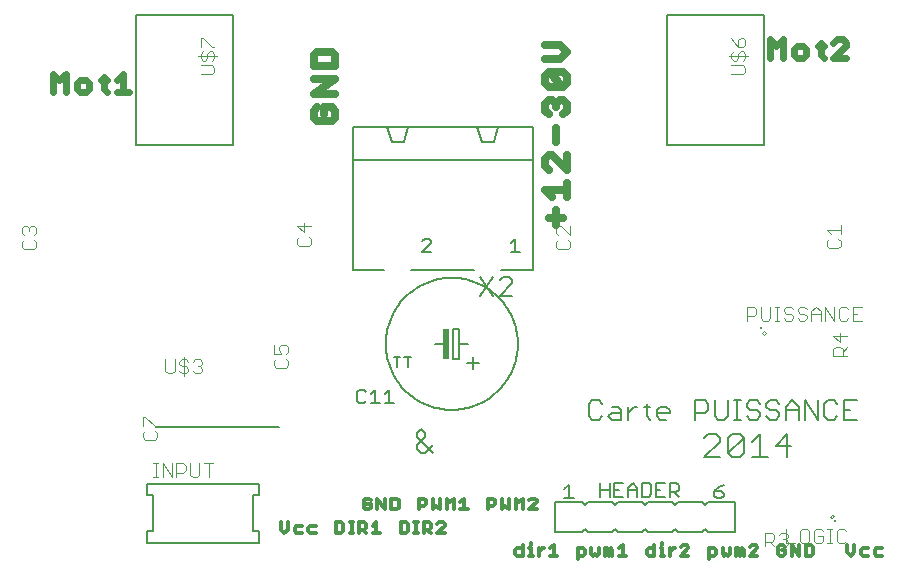
<source format=gto>
G75*
%MOIN*%
%OFA0B0*%
%FSLAX24Y24*%
%IPPOS*%
%LPD*%
%AMOC8*
5,1,8,0,0,1.08239X$1,22.5*
%
%ADD10C,0.0240*%
%ADD11C,0.0140*%
%ADD12C,0.0280*%
%ADD13C,0.0060*%
%ADD14C,0.0070*%
%ADD15C,0.0040*%
%ADD16C,0.0025*%
%ADD17C,0.0098*%
%ADD18C,0.0050*%
%ADD19R,0.0200X0.1000*%
%ADD20C,0.0080*%
D10*
X007671Y018856D02*
X007671Y019476D01*
X007878Y019270D01*
X008085Y019476D01*
X008085Y018856D01*
X008463Y018959D02*
X008463Y019166D01*
X008566Y019270D01*
X008773Y019270D01*
X008876Y019166D01*
X008876Y018959D01*
X008773Y018856D01*
X008566Y018856D01*
X008463Y018959D01*
X009255Y019270D02*
X009461Y019270D01*
X009358Y019373D02*
X009358Y018959D01*
X009461Y018856D01*
X009783Y018856D02*
X010196Y018856D01*
X009989Y018856D02*
X009989Y019476D01*
X009783Y019270D01*
X031568Y019998D02*
X031568Y020618D01*
X031775Y020411D01*
X031982Y020618D01*
X031982Y019998D01*
X032360Y020101D02*
X032360Y020308D01*
X032464Y020411D01*
X032671Y020411D01*
X032774Y020308D01*
X032774Y020101D01*
X032671Y019998D01*
X032464Y019998D01*
X032360Y020101D01*
X033152Y020411D02*
X033359Y020411D01*
X033256Y020515D02*
X033256Y020101D01*
X033359Y019998D01*
X033680Y019998D02*
X034094Y020411D01*
X034094Y020515D01*
X033990Y020618D01*
X033784Y020618D01*
X033680Y020515D01*
X033680Y019998D02*
X034094Y019998D01*
D11*
X023726Y005310D02*
X023606Y005310D01*
X023546Y005250D01*
X023726Y005310D02*
X023786Y005250D01*
X023786Y005190D01*
X023546Y004950D01*
X023786Y004950D01*
X023326Y004950D02*
X023326Y005310D01*
X023205Y005190D01*
X023085Y005310D01*
X023085Y004950D01*
X022865Y004950D02*
X022745Y005070D01*
X022625Y004950D01*
X022625Y005310D01*
X022405Y005250D02*
X022405Y005130D01*
X022345Y005070D01*
X022165Y005070D01*
X022165Y004950D02*
X022165Y005310D01*
X022345Y005310D01*
X022405Y005250D01*
X022865Y005310D02*
X022865Y004950D01*
X021484Y004950D02*
X021244Y004950D01*
X021364Y004950D02*
X021364Y005310D01*
X021244Y005190D01*
X021024Y005310D02*
X021024Y004950D01*
X020783Y004950D02*
X020783Y005310D01*
X020903Y005190D01*
X021024Y005310D01*
X020563Y005310D02*
X020563Y004950D01*
X020443Y005070D01*
X020323Y004950D01*
X020323Y005310D01*
X020103Y005250D02*
X020103Y005130D01*
X020043Y005070D01*
X019863Y005070D01*
X019863Y004950D02*
X019863Y005310D01*
X020043Y005310D01*
X020103Y005250D01*
X019182Y005250D02*
X019182Y005010D01*
X019122Y004950D01*
X018942Y004950D01*
X018942Y005310D01*
X019122Y005310D01*
X019182Y005250D01*
X018722Y005310D02*
X018722Y004950D01*
X018481Y005310D01*
X018481Y004950D01*
X018261Y005010D02*
X018261Y005130D01*
X018141Y005130D01*
X018021Y005010D02*
X018081Y004950D01*
X018201Y004950D01*
X018261Y005010D01*
X018021Y005010D02*
X018021Y005250D01*
X018081Y005310D01*
X018201Y005310D01*
X018261Y005250D01*
X018448Y004520D02*
X018328Y004400D01*
X018448Y004520D02*
X018448Y004160D01*
X018328Y004160D02*
X018568Y004160D01*
X018108Y004160D02*
X017988Y004280D01*
X018048Y004280D02*
X017868Y004280D01*
X017868Y004160D02*
X017868Y004520D01*
X018048Y004520D01*
X018108Y004460D01*
X018108Y004340D01*
X018048Y004280D01*
X017681Y004160D02*
X017561Y004160D01*
X017621Y004160D02*
X017621Y004520D01*
X017561Y004520D02*
X017681Y004520D01*
X017340Y004460D02*
X017340Y004220D01*
X017280Y004160D01*
X017100Y004160D01*
X017100Y004520D01*
X017280Y004520D01*
X017340Y004460D01*
X016420Y004400D02*
X016239Y004400D01*
X016179Y004340D01*
X016179Y004220D01*
X016239Y004160D01*
X016420Y004160D01*
X015959Y004160D02*
X015779Y004160D01*
X015719Y004220D01*
X015719Y004340D01*
X015779Y004400D01*
X015959Y004400D01*
X015499Y004280D02*
X015499Y004520D01*
X015499Y004280D02*
X015379Y004160D01*
X015259Y004280D01*
X015259Y004520D01*
X019249Y004520D02*
X019249Y004160D01*
X019429Y004160D01*
X019489Y004220D01*
X019489Y004460D01*
X019429Y004520D01*
X019249Y004520D01*
X019709Y004520D02*
X019829Y004520D01*
X019769Y004520D02*
X019769Y004160D01*
X019709Y004160D02*
X019829Y004160D01*
X020016Y004160D02*
X020016Y004520D01*
X020196Y004520D01*
X020256Y004460D01*
X020256Y004340D01*
X020196Y004280D01*
X020016Y004280D01*
X020136Y004280D02*
X020256Y004160D01*
X020476Y004160D02*
X020717Y004400D01*
X020717Y004460D01*
X020657Y004520D01*
X020536Y004520D01*
X020476Y004460D01*
X020476Y004160D02*
X020717Y004160D01*
X023081Y003592D02*
X023141Y003652D01*
X023321Y003652D01*
X023321Y003772D02*
X023321Y003412D01*
X023141Y003412D01*
X023081Y003472D01*
X023081Y003592D01*
X023542Y003652D02*
X023602Y003652D01*
X023602Y003412D01*
X023542Y003412D02*
X023662Y003412D01*
X023849Y003412D02*
X023849Y003652D01*
X023969Y003652D02*
X024029Y003652D01*
X023969Y003652D02*
X023849Y003532D01*
X023602Y003772D02*
X023602Y003832D01*
X024232Y003652D02*
X024352Y003772D01*
X024352Y003412D01*
X024232Y003412D02*
X024472Y003412D01*
X025153Y003412D02*
X025333Y003412D01*
X025393Y003472D01*
X025393Y003592D01*
X025333Y003652D01*
X025153Y003652D01*
X025153Y003292D01*
X025613Y003472D02*
X025673Y003412D01*
X025734Y003472D01*
X025794Y003412D01*
X025854Y003472D01*
X025854Y003652D01*
X026074Y003652D02*
X026074Y003412D01*
X026194Y003412D02*
X026194Y003592D01*
X026254Y003652D01*
X026314Y003592D01*
X026314Y003412D01*
X026194Y003592D02*
X026134Y003652D01*
X026074Y003652D01*
X026534Y003652D02*
X026654Y003772D01*
X026654Y003412D01*
X026534Y003412D02*
X026774Y003412D01*
X027455Y003472D02*
X027515Y003412D01*
X027695Y003412D01*
X027695Y003772D01*
X027695Y003652D02*
X027515Y003652D01*
X027455Y003592D01*
X027455Y003472D01*
X027915Y003412D02*
X028035Y003412D01*
X027975Y003412D02*
X027975Y003652D01*
X027915Y003652D01*
X027975Y003772D02*
X027975Y003832D01*
X028222Y003652D02*
X028222Y003412D01*
X028222Y003532D02*
X028342Y003652D01*
X028402Y003652D01*
X028606Y003712D02*
X028666Y003772D01*
X028786Y003772D01*
X028846Y003712D01*
X028846Y003652D01*
X028606Y003412D01*
X028846Y003412D01*
X029527Y003412D02*
X029707Y003412D01*
X029767Y003472D01*
X029767Y003592D01*
X029707Y003652D01*
X029527Y003652D01*
X029527Y003292D01*
X029987Y003472D02*
X030047Y003412D01*
X030107Y003472D01*
X030167Y003412D01*
X030227Y003472D01*
X030227Y003652D01*
X030448Y003652D02*
X030508Y003652D01*
X030568Y003592D01*
X030628Y003652D01*
X030688Y003592D01*
X030688Y003412D01*
X030568Y003412D02*
X030568Y003592D01*
X030448Y003652D02*
X030448Y003412D01*
X029987Y003472D02*
X029987Y003652D01*
X030908Y003712D02*
X030968Y003772D01*
X031088Y003772D01*
X031148Y003712D01*
X031148Y003652D01*
X030908Y003412D01*
X031148Y003412D01*
X031829Y003472D02*
X031829Y003712D01*
X031889Y003772D01*
X032009Y003772D01*
X032069Y003712D01*
X032069Y003592D02*
X031949Y003592D01*
X032069Y003592D02*
X032069Y003472D01*
X032009Y003412D01*
X031889Y003412D01*
X031829Y003472D01*
X032289Y003412D02*
X032289Y003772D01*
X032529Y003412D01*
X032529Y003772D01*
X032749Y003772D02*
X032930Y003772D01*
X032990Y003712D01*
X032990Y003472D01*
X032930Y003412D01*
X032749Y003412D01*
X032749Y003772D01*
X034131Y003772D02*
X034131Y003532D01*
X034251Y003412D01*
X034371Y003532D01*
X034371Y003772D01*
X034591Y003592D02*
X034591Y003472D01*
X034651Y003412D01*
X034831Y003412D01*
X035051Y003472D02*
X035111Y003412D01*
X035292Y003412D01*
X035292Y003652D02*
X035111Y003652D01*
X035051Y003592D01*
X035051Y003472D01*
X034831Y003652D02*
X034651Y003652D01*
X034591Y003592D01*
X025613Y003652D02*
X025613Y003472D01*
D12*
X024428Y014438D02*
X024428Y014919D01*
X024188Y014678D02*
X024669Y014678D01*
X024789Y015359D02*
X024789Y015839D01*
X024789Y015599D02*
X024068Y015599D01*
X024308Y015359D01*
X024188Y016280D02*
X024068Y016400D01*
X024068Y016640D01*
X024188Y016760D01*
X024308Y016760D01*
X024789Y016280D01*
X024789Y016760D01*
X024428Y017201D02*
X024428Y017681D01*
X024188Y018121D02*
X024068Y018241D01*
X024068Y018482D01*
X024188Y018602D01*
X024308Y018602D01*
X024428Y018482D01*
X024549Y018602D01*
X024669Y018602D01*
X024789Y018482D01*
X024789Y018241D01*
X024669Y018121D01*
X024428Y018362D02*
X024428Y018482D01*
X024188Y019042D02*
X024068Y019162D01*
X024068Y019402D01*
X024188Y019523D01*
X024669Y019042D01*
X024789Y019162D01*
X024789Y019402D01*
X024669Y019523D01*
X024188Y019523D01*
X024068Y019963D02*
X024549Y019963D01*
X024789Y020203D01*
X024549Y020443D01*
X024068Y020443D01*
X024188Y019042D02*
X024669Y019042D01*
X017072Y018806D02*
X016352Y018806D01*
X017072Y019286D01*
X016352Y019286D01*
X016352Y019727D02*
X016352Y020087D01*
X016472Y020207D01*
X016952Y020207D01*
X017072Y020087D01*
X017072Y019727D01*
X016352Y019727D01*
X016472Y018366D02*
X016352Y018245D01*
X016352Y018005D01*
X016472Y017885D01*
X016952Y017885D01*
X017072Y018005D01*
X017072Y018245D01*
X016952Y018366D01*
X016712Y018366D01*
X016712Y018125D01*
D13*
X017661Y017694D02*
X023661Y017694D01*
X023661Y016594D01*
X017661Y016594D01*
X017661Y017694D01*
X018811Y017694D02*
X018961Y017194D01*
X019361Y017194D01*
X019511Y017694D01*
X017661Y016594D02*
X017661Y012944D01*
X018711Y012944D01*
X019611Y012944D02*
X021711Y012944D01*
X022611Y012944D02*
X023661Y012944D01*
X023661Y016594D01*
X022361Y017194D02*
X022511Y017694D01*
X021811Y017694D02*
X021961Y017194D01*
X022361Y017194D01*
X021208Y010968D02*
X021008Y010968D01*
X021008Y009968D01*
X021208Y009968D01*
X021208Y010468D01*
X021208Y010968D01*
X021208Y010468D02*
X021508Y010468D01*
X018758Y010468D02*
X018760Y010561D01*
X018766Y010655D01*
X018776Y010747D01*
X018790Y010840D01*
X018807Y010931D01*
X018829Y011022D01*
X018854Y011112D01*
X018884Y011201D01*
X018917Y011288D01*
X018953Y011374D01*
X018994Y011458D01*
X019037Y011541D01*
X019085Y011621D01*
X019135Y011700D01*
X019189Y011776D01*
X019246Y011850D01*
X019307Y011921D01*
X019370Y011990D01*
X019436Y012056D01*
X019505Y012119D01*
X019576Y012180D01*
X019650Y012237D01*
X019726Y012291D01*
X019805Y012341D01*
X019885Y012389D01*
X019968Y012432D01*
X020052Y012473D01*
X020138Y012509D01*
X020225Y012542D01*
X020314Y012572D01*
X020404Y012597D01*
X020495Y012619D01*
X020586Y012636D01*
X020679Y012650D01*
X020771Y012660D01*
X020865Y012666D01*
X020958Y012668D01*
X021051Y012666D01*
X021145Y012660D01*
X021237Y012650D01*
X021330Y012636D01*
X021421Y012619D01*
X021512Y012597D01*
X021602Y012572D01*
X021691Y012542D01*
X021778Y012509D01*
X021864Y012473D01*
X021948Y012432D01*
X022031Y012389D01*
X022111Y012341D01*
X022190Y012291D01*
X022266Y012237D01*
X022340Y012180D01*
X022411Y012119D01*
X022480Y012056D01*
X022546Y011990D01*
X022609Y011921D01*
X022670Y011850D01*
X022727Y011776D01*
X022781Y011700D01*
X022831Y011621D01*
X022879Y011541D01*
X022922Y011458D01*
X022963Y011374D01*
X022999Y011288D01*
X023032Y011201D01*
X023062Y011112D01*
X023087Y011022D01*
X023109Y010931D01*
X023126Y010840D01*
X023140Y010747D01*
X023150Y010655D01*
X023156Y010561D01*
X023158Y010468D01*
X023156Y010375D01*
X023150Y010281D01*
X023140Y010189D01*
X023126Y010096D01*
X023109Y010005D01*
X023087Y009914D01*
X023062Y009824D01*
X023032Y009735D01*
X022999Y009648D01*
X022963Y009562D01*
X022922Y009478D01*
X022879Y009395D01*
X022831Y009315D01*
X022781Y009236D01*
X022727Y009160D01*
X022670Y009086D01*
X022609Y009015D01*
X022546Y008946D01*
X022480Y008880D01*
X022411Y008817D01*
X022340Y008756D01*
X022266Y008699D01*
X022190Y008645D01*
X022111Y008595D01*
X022031Y008547D01*
X021948Y008504D01*
X021864Y008463D01*
X021778Y008427D01*
X021691Y008394D01*
X021602Y008364D01*
X021512Y008339D01*
X021421Y008317D01*
X021330Y008300D01*
X021237Y008286D01*
X021145Y008276D01*
X021051Y008270D01*
X020958Y008268D01*
X020865Y008270D01*
X020771Y008276D01*
X020679Y008286D01*
X020586Y008300D01*
X020495Y008317D01*
X020404Y008339D01*
X020314Y008364D01*
X020225Y008394D01*
X020138Y008427D01*
X020052Y008463D01*
X019968Y008504D01*
X019885Y008547D01*
X019805Y008595D01*
X019726Y008645D01*
X019650Y008699D01*
X019576Y008756D01*
X019505Y008817D01*
X019436Y008880D01*
X019370Y008946D01*
X019307Y009015D01*
X019246Y009086D01*
X019189Y009160D01*
X019135Y009236D01*
X019085Y009315D01*
X019037Y009395D01*
X018994Y009478D01*
X018953Y009562D01*
X018917Y009648D01*
X018884Y009735D01*
X018854Y009824D01*
X018829Y009914D01*
X018807Y010005D01*
X018790Y010096D01*
X018776Y010189D01*
X018766Y010281D01*
X018760Y010375D01*
X018758Y010468D01*
X020408Y010468D02*
X020708Y010468D01*
X021458Y009818D02*
X021858Y009818D01*
X021658Y009618D02*
X021658Y010018D01*
X025536Y008482D02*
X025536Y008054D01*
X025643Y007948D01*
X025857Y007948D01*
X025963Y008054D01*
X026181Y008054D02*
X026288Y008161D01*
X026608Y008161D01*
X026608Y008268D02*
X026501Y008375D01*
X026288Y008375D01*
X026608Y008268D02*
X026608Y007948D01*
X026288Y007948D01*
X026181Y008054D01*
X025963Y008482D02*
X025857Y008588D01*
X025643Y008588D01*
X025536Y008482D01*
X026825Y008375D02*
X026825Y007948D01*
X026825Y008161D02*
X027039Y008375D01*
X027146Y008375D01*
X027363Y008375D02*
X027576Y008375D01*
X027469Y008482D02*
X027469Y008054D01*
X027576Y007948D01*
X027792Y008054D02*
X027792Y008268D01*
X027899Y008375D01*
X028113Y008375D01*
X028219Y008268D01*
X028219Y008161D01*
X027792Y008161D01*
X027792Y008054D02*
X027899Y007948D01*
X028113Y007948D01*
X029081Y007948D02*
X029081Y008588D01*
X029402Y008588D01*
X029508Y008482D01*
X029508Y008268D01*
X029402Y008161D01*
X029081Y008161D01*
X029726Y008054D02*
X029726Y008588D01*
X030153Y008588D02*
X030153Y008054D01*
X030046Y007948D01*
X029833Y007948D01*
X029726Y008054D01*
X030370Y007948D02*
X030584Y007948D01*
X030477Y007948D02*
X030477Y008588D01*
X030370Y008588D02*
X030584Y008588D01*
X030800Y008482D02*
X030800Y008375D01*
X030907Y008268D01*
X031120Y008268D01*
X031227Y008161D01*
X031227Y008054D01*
X031120Y007948D01*
X030907Y007948D01*
X030800Y008054D01*
X030800Y008482D02*
X030907Y008588D01*
X031120Y008588D01*
X031227Y008482D01*
X031445Y008482D02*
X031445Y008375D01*
X031551Y008268D01*
X031765Y008268D01*
X031872Y008161D01*
X031872Y008054D01*
X031765Y007948D01*
X031551Y007948D01*
X031445Y008054D01*
X031445Y008482D02*
X031551Y008588D01*
X031765Y008588D01*
X031872Y008482D01*
X032089Y008375D02*
X032303Y008588D01*
X032516Y008375D01*
X032516Y007948D01*
X032734Y007948D02*
X032734Y008588D01*
X033161Y007948D01*
X033161Y008588D01*
X033378Y008482D02*
X033378Y008054D01*
X033485Y007948D01*
X033699Y007948D01*
X033805Y008054D01*
X034023Y007948D02*
X034450Y007948D01*
X034023Y007948D02*
X034023Y008588D01*
X034450Y008588D01*
X034236Y008268D02*
X034023Y008268D01*
X033805Y008482D02*
X033699Y008588D01*
X033485Y008588D01*
X033378Y008482D01*
X032516Y008268D02*
X032089Y008268D01*
X032089Y008375D02*
X032089Y007948D01*
X030389Y005204D02*
X029489Y005204D01*
X029389Y005104D01*
X029289Y005204D01*
X028489Y005204D01*
X028389Y005104D01*
X028289Y005204D01*
X027489Y005204D01*
X027389Y005104D01*
X027289Y005204D01*
X026489Y005204D01*
X026389Y005104D01*
X026289Y005204D01*
X025489Y005204D01*
X025389Y005104D01*
X025289Y005204D01*
X024389Y005204D01*
X024389Y004204D01*
X025289Y004204D01*
X025389Y004304D01*
X025489Y004204D01*
X026289Y004204D01*
X026389Y004304D01*
X026489Y004204D01*
X027289Y004204D01*
X027389Y004304D01*
X027489Y004204D01*
X028289Y004204D01*
X028389Y004304D01*
X028489Y004204D01*
X029289Y004204D01*
X029389Y004304D01*
X029489Y004204D01*
X030389Y004204D01*
X030389Y005204D01*
D14*
X030298Y006686D02*
X030166Y006817D01*
X030694Y007345D01*
X030694Y006817D01*
X030562Y006686D01*
X030298Y006686D01*
X030166Y006817D02*
X030166Y007345D01*
X030298Y007476D01*
X030562Y007476D01*
X030694Y007345D01*
X030958Y007213D02*
X031222Y007476D01*
X031222Y006686D01*
X031485Y006686D02*
X030958Y006686D01*
X031750Y007081D02*
X032277Y007081D01*
X032145Y007476D02*
X031750Y007081D01*
X032145Y006686D02*
X032145Y007476D01*
X029902Y007345D02*
X029902Y007213D01*
X029375Y006686D01*
X029902Y006686D01*
X029902Y007345D02*
X029770Y007476D01*
X029506Y007476D01*
X029375Y007345D01*
X022972Y012079D02*
X022552Y012079D01*
X022972Y012499D01*
X022972Y012604D01*
X022867Y012709D01*
X022657Y012709D01*
X022552Y012604D01*
X022327Y012709D02*
X021907Y012079D01*
X022327Y012079D02*
X021907Y012709D01*
X019942Y007632D02*
X019811Y007501D01*
X019811Y007369D01*
X020338Y006842D01*
X020338Y007105D02*
X020074Y006842D01*
X019942Y006842D01*
X019811Y006973D01*
X019811Y007105D01*
X020074Y007369D01*
X020074Y007501D01*
X019942Y007632D01*
D15*
X015495Y009750D02*
X015495Y009903D01*
X015419Y009980D01*
X015419Y010134D02*
X015495Y010210D01*
X015495Y010364D01*
X015419Y010440D01*
X015265Y010440D01*
X015188Y010364D01*
X015188Y010287D01*
X015265Y010134D01*
X015035Y010134D01*
X015035Y010440D01*
X015112Y009980D02*
X015035Y009903D01*
X015035Y009750D01*
X015112Y009673D01*
X015419Y009673D01*
X015495Y009750D01*
X012639Y009799D02*
X012562Y009722D01*
X012639Y009646D01*
X012639Y009569D01*
X012562Y009492D01*
X012409Y009492D01*
X012332Y009569D01*
X012179Y009569D02*
X012179Y009646D01*
X012102Y009722D01*
X011949Y009722D01*
X011872Y009799D01*
X011872Y009876D01*
X011949Y009952D01*
X012102Y009952D01*
X012179Y009876D01*
X012332Y009876D02*
X012409Y009952D01*
X012562Y009952D01*
X012639Y009876D01*
X012639Y009799D01*
X012562Y009722D02*
X012486Y009722D01*
X012179Y009569D02*
X012102Y009492D01*
X011949Y009492D01*
X011872Y009569D01*
X011718Y009569D02*
X011718Y009952D01*
X011411Y009952D02*
X011411Y009569D01*
X011488Y009492D01*
X011642Y009492D01*
X011718Y009569D01*
X012025Y009415D02*
X012025Y010029D01*
X010746Y008039D02*
X011053Y007732D01*
X011129Y007732D01*
X011053Y007579D02*
X011129Y007502D01*
X011129Y007349D01*
X011053Y007272D01*
X010746Y007272D01*
X010669Y007349D01*
X010669Y007502D01*
X010746Y007579D01*
X010669Y007732D02*
X010669Y008039D01*
X010746Y008039D01*
X011014Y006488D02*
X011167Y006488D01*
X011090Y006488D02*
X011090Y006027D01*
X011014Y006027D02*
X011167Y006027D01*
X011321Y006027D02*
X011321Y006488D01*
X011628Y006027D01*
X011628Y006488D01*
X011781Y006488D02*
X012011Y006488D01*
X012088Y006411D01*
X012088Y006258D01*
X012011Y006181D01*
X011781Y006181D01*
X011781Y006027D02*
X011781Y006488D01*
X012241Y006488D02*
X012241Y006104D01*
X012318Y006027D01*
X012472Y006027D01*
X012548Y006104D01*
X012548Y006488D01*
X012702Y006488D02*
X013009Y006488D01*
X012855Y006488D02*
X012855Y006027D01*
X015879Y013724D02*
X015803Y013801D01*
X015803Y013955D01*
X015879Y014031D01*
X016033Y014185D02*
X016033Y014492D01*
X016263Y014415D02*
X015803Y014415D01*
X016033Y014185D01*
X016186Y014031D02*
X016263Y013955D01*
X016263Y013801D01*
X016186Y013724D01*
X015879Y013724D01*
X024437Y013709D02*
X024513Y013632D01*
X024820Y013632D01*
X024897Y013709D01*
X024897Y013862D01*
X024820Y013939D01*
X024897Y014092D02*
X024590Y014399D01*
X024513Y014399D01*
X024437Y014322D01*
X024437Y014169D01*
X024513Y014092D01*
X024513Y013939D02*
X024437Y013862D01*
X024437Y013709D01*
X024897Y014092D02*
X024897Y014399D01*
X030795Y011708D02*
X030795Y011248D01*
X030795Y011401D02*
X031025Y011401D01*
X031102Y011478D01*
X031102Y011632D01*
X031025Y011708D01*
X030795Y011708D01*
X031256Y011708D02*
X031256Y011325D01*
X031332Y011248D01*
X031486Y011248D01*
X031563Y011325D01*
X031563Y011708D01*
X031716Y011708D02*
X031870Y011708D01*
X031793Y011708D02*
X031793Y011248D01*
X031716Y011248D02*
X031870Y011248D01*
X032023Y011325D02*
X032100Y011248D01*
X032253Y011248D01*
X032330Y011325D01*
X032330Y011401D01*
X032253Y011478D01*
X032100Y011478D01*
X032023Y011555D01*
X032023Y011632D01*
X032100Y011708D01*
X032253Y011708D01*
X032330Y011632D01*
X032483Y011632D02*
X032560Y011708D01*
X032714Y011708D01*
X032790Y011632D01*
X032714Y011478D02*
X032790Y011401D01*
X032790Y011325D01*
X032714Y011248D01*
X032560Y011248D01*
X032483Y011325D01*
X032560Y011478D02*
X032714Y011478D01*
X032560Y011478D02*
X032483Y011555D01*
X032483Y011632D01*
X032944Y011555D02*
X032944Y011248D01*
X032944Y011478D02*
X033251Y011478D01*
X033251Y011555D02*
X033251Y011248D01*
X033404Y011248D02*
X033404Y011708D01*
X033711Y011248D01*
X033711Y011708D01*
X033865Y011632D02*
X033865Y011325D01*
X033941Y011248D01*
X034095Y011248D01*
X034171Y011325D01*
X034325Y011248D02*
X034632Y011248D01*
X034478Y011478D02*
X034325Y011478D01*
X034171Y011632D02*
X034095Y011708D01*
X033941Y011708D01*
X033865Y011632D01*
X034325Y011708D02*
X034325Y011248D01*
X034325Y011708D02*
X034632Y011708D01*
X033911Y010823D02*
X033911Y010516D01*
X033681Y010746D01*
X034141Y010746D01*
X034141Y010362D02*
X033988Y010209D01*
X033988Y010286D02*
X033988Y010056D01*
X034141Y010056D02*
X033681Y010056D01*
X033681Y010286D01*
X033757Y010362D01*
X033911Y010362D01*
X033988Y010286D01*
X033251Y011555D02*
X033097Y011708D01*
X032944Y011555D01*
X033537Y013657D02*
X033844Y013657D01*
X033921Y013734D01*
X033921Y013888D01*
X033844Y013964D01*
X033921Y014118D02*
X033921Y014425D01*
X033921Y014271D02*
X033460Y014271D01*
X033614Y014118D01*
X033537Y013964D02*
X033460Y013888D01*
X033460Y013734D01*
X033537Y013657D01*
X030663Y019449D02*
X030279Y019449D01*
X030279Y019756D02*
X030663Y019756D01*
X030740Y019680D01*
X030740Y019526D01*
X030663Y019449D01*
X030663Y019910D02*
X030740Y019987D01*
X030740Y020140D01*
X030663Y020217D01*
X030586Y020217D01*
X030509Y020140D01*
X030509Y019987D01*
X030433Y019910D01*
X030356Y019910D01*
X030279Y019987D01*
X030279Y020140D01*
X030356Y020217D01*
X030509Y020370D02*
X030509Y020600D01*
X030586Y020677D01*
X030663Y020677D01*
X030740Y020600D01*
X030740Y020447D01*
X030663Y020370D01*
X030509Y020370D01*
X030356Y020524D01*
X030279Y020677D01*
X030202Y020063D02*
X030816Y020063D01*
X013119Y020063D02*
X012506Y020063D01*
X012582Y019987D02*
X012582Y020140D01*
X012659Y020217D01*
X012582Y020370D02*
X012582Y020677D01*
X012659Y020677D01*
X012966Y020370D01*
X013043Y020370D01*
X012966Y020217D02*
X012889Y020217D01*
X012812Y020140D01*
X012812Y019987D01*
X012736Y019910D01*
X012659Y019910D01*
X012582Y019987D01*
X012582Y019756D02*
X012966Y019756D01*
X013043Y019680D01*
X013043Y019526D01*
X012966Y019449D01*
X012582Y019449D01*
X012966Y019910D02*
X013043Y019987D01*
X013043Y020140D01*
X012966Y020217D01*
X007098Y014324D02*
X007098Y014171D01*
X007021Y014094D01*
X007021Y013941D02*
X007098Y013864D01*
X007098Y013711D01*
X007021Y013634D01*
X006714Y013634D01*
X006637Y013711D01*
X006637Y013864D01*
X006714Y013941D01*
X006714Y014094D02*
X006637Y014171D01*
X006637Y014324D01*
X006714Y014401D01*
X006791Y014401D01*
X006868Y014324D01*
X006944Y014401D01*
X007021Y014401D01*
X007098Y014324D01*
X006868Y014324D02*
X006868Y014248D01*
X031398Y004181D02*
X031398Y003720D01*
X031398Y003874D02*
X031628Y003874D01*
X031705Y003951D01*
X031705Y004104D01*
X031628Y004181D01*
X031398Y004181D01*
X031858Y004104D02*
X031935Y004181D01*
X032089Y004181D01*
X032165Y004104D01*
X032165Y004027D01*
X032089Y003951D01*
X032165Y003874D01*
X032165Y003797D01*
X032089Y003720D01*
X031935Y003720D01*
X031858Y003797D01*
X031705Y003720D02*
X031552Y003874D01*
X032012Y003951D02*
X032089Y003951D01*
X032100Y003835D02*
X032406Y003835D01*
X032560Y003911D02*
X032637Y003835D01*
X032790Y003835D01*
X032867Y003911D01*
X032867Y004218D01*
X032790Y004295D01*
X032637Y004295D01*
X032560Y004218D01*
X032560Y003911D01*
X033020Y003911D02*
X033020Y004218D01*
X033097Y004295D01*
X033250Y004295D01*
X033327Y004218D01*
X033327Y004065D02*
X033174Y004065D01*
X033327Y004065D02*
X033327Y003911D01*
X033250Y003835D01*
X033097Y003835D01*
X033020Y003911D01*
X033481Y003835D02*
X033634Y003835D01*
X033557Y003835D02*
X033557Y004295D01*
X033481Y004295D02*
X033634Y004295D01*
X033788Y004218D02*
X033788Y003911D01*
X033864Y003835D01*
X034018Y003835D01*
X034095Y003911D01*
X034095Y004218D02*
X034018Y004295D01*
X033864Y004295D01*
X033788Y004218D01*
X032100Y004295D02*
X032100Y003835D01*
D16*
X033578Y004708D02*
X033647Y004777D01*
X033706Y004718D01*
X033637Y004649D01*
X033578Y004708D01*
X031356Y010765D02*
X031297Y010824D01*
X031366Y010893D01*
X031425Y010834D01*
X031356Y010765D01*
D17*
X031258Y010992D03*
X033746Y004551D03*
D18*
X010797Y004236D02*
X010797Y003842D01*
X014521Y003842D01*
X014521Y004236D01*
X014324Y004236D01*
X014324Y005417D01*
X014521Y005417D01*
X014521Y005811D01*
X010797Y005811D01*
X010797Y005417D01*
X010994Y005417D01*
X010994Y004236D01*
X010797Y004236D01*
X017802Y008568D02*
X017877Y008493D01*
X018027Y008493D01*
X018102Y008568D01*
X018263Y008493D02*
X018563Y008493D01*
X018413Y008493D02*
X018413Y008943D01*
X018263Y008793D01*
X018102Y008868D02*
X018027Y008943D01*
X017877Y008943D01*
X017802Y008868D01*
X017802Y008568D01*
X018723Y008493D02*
X019023Y008493D01*
X018873Y008493D02*
X018873Y008943D01*
X018723Y008793D01*
X019129Y009703D02*
X019129Y010043D01*
X019242Y010043D02*
X019015Y010043D01*
X019374Y010043D02*
X019601Y010043D01*
X019488Y010043D02*
X019488Y009703D01*
X019976Y013519D02*
X020276Y013819D01*
X020276Y013894D01*
X020201Y013969D01*
X020051Y013969D01*
X019976Y013894D01*
X019976Y013519D02*
X020276Y013519D01*
X022926Y013519D02*
X023226Y013519D01*
X023076Y013519D02*
X023076Y013969D01*
X022926Y013819D01*
X028145Y017114D02*
X028145Y021444D01*
X031374Y021444D01*
X031374Y017114D01*
X028145Y017114D01*
X013677Y017114D02*
X013677Y021444D01*
X010448Y021444D01*
X010448Y017114D01*
X013677Y017114D01*
X025914Y005830D02*
X025914Y005379D01*
X025914Y005605D02*
X026215Y005605D01*
X026375Y005605D02*
X026525Y005605D01*
X026375Y005830D02*
X026375Y005379D01*
X026675Y005379D01*
X026835Y005379D02*
X026835Y005680D01*
X026985Y005830D01*
X027135Y005680D01*
X027135Y005379D01*
X027296Y005379D02*
X027521Y005379D01*
X027596Y005454D01*
X027596Y005755D01*
X027521Y005830D01*
X027296Y005830D01*
X027296Y005379D01*
X027135Y005605D02*
X026835Y005605D01*
X026675Y005830D02*
X026375Y005830D01*
X026215Y005830D02*
X026215Y005379D01*
X025015Y005329D02*
X024714Y005329D01*
X024865Y005329D02*
X024865Y005780D01*
X024714Y005630D01*
X027756Y005605D02*
X027906Y005605D01*
X027756Y005830D02*
X027756Y005379D01*
X028056Y005379D01*
X028216Y005379D02*
X028216Y005830D01*
X028442Y005830D01*
X028517Y005755D01*
X028517Y005605D01*
X028442Y005529D01*
X028216Y005529D01*
X028367Y005529D02*
X028517Y005379D01*
X028056Y005830D02*
X027756Y005830D01*
X029714Y005555D02*
X029940Y005555D01*
X030015Y005479D01*
X030015Y005404D01*
X029940Y005329D01*
X029789Y005329D01*
X029714Y005404D01*
X029714Y005555D01*
X029865Y005705D01*
X030015Y005780D01*
D19*
X020758Y010468D03*
D20*
X015185Y007712D02*
X011098Y007712D01*
M02*

</source>
